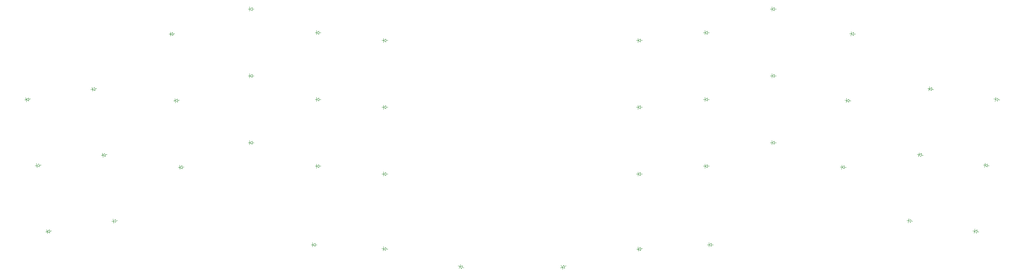
<source format=gbr>
%TF.GenerationSoftware,KiCad,Pcbnew,8.0.6*%
%TF.CreationDate,2025-07-19T13:46:19+02:00*%
%TF.ProjectId,combined,636f6d62-696e-4656-942e-6b696361645f,v1.0.0*%
%TF.SameCoordinates,Original*%
%TF.FileFunction,Legend,Bot*%
%TF.FilePolarity,Positive*%
%FSLAX46Y46*%
G04 Gerber Fmt 4.6, Leading zero omitted, Abs format (unit mm)*
G04 Created by KiCad (PCBNEW 8.0.6) date 2025-07-19 13:46:19*
%MOMM*%
%LPD*%
G01*
G04 APERTURE LIST*
%ADD10C,0.100000*%
G04 APERTURE END LIST*
D10*
%TO.C,D16*%
X185457095Y-80904250D02*
X185857095Y-80904242D01*
X185857095Y-80904242D02*
X185857098Y-80354245D01*
X185857095Y-80904242D02*
X185857098Y-81454247D01*
X185857095Y-80904242D02*
X186457097Y-80504246D01*
X186457094Y-81304253D02*
X185857095Y-80904242D01*
X186457097Y-80504246D02*
X186457094Y-81304253D01*
X186457098Y-80904247D02*
X186957097Y-80904246D01*
%TO.C,D1*%
X335649060Y-95382952D02*
X336044136Y-95445528D01*
X336044136Y-95445528D02*
X335958105Y-95988760D01*
X336044136Y-95445528D02*
X336130180Y-94902295D01*
X336044136Y-95445528D02*
X336699319Y-95144306D01*
X336574175Y-95934465D02*
X336044136Y-95445528D01*
X336636755Y-95539389D02*
X337130594Y-95617610D01*
X336699319Y-95144306D02*
X336574175Y-95934465D01*
%TO.C,D18*%
X185457097Y-46904250D02*
X185857097Y-46904242D01*
X185857097Y-46904242D02*
X185857100Y-46354245D01*
X185857097Y-46904242D02*
X185857100Y-47454247D01*
X185857097Y-46904242D02*
X186457099Y-46504246D01*
X186457096Y-47304253D02*
X185857097Y-46904242D01*
X186457099Y-46504246D02*
X186457096Y-47304253D01*
X186457100Y-46904247D02*
X186957099Y-46904246D01*
%TO.C,D7*%
X301938029Y-79102775D02*
X302337064Y-79130674D01*
X302337064Y-79130674D02*
X302298699Y-79679330D01*
X302337064Y-79130674D02*
X302375428Y-78582009D01*
X302337064Y-79130674D02*
X302963509Y-78773487D01*
X302907699Y-79571550D02*
X302337064Y-79130674D01*
X302935601Y-79172519D02*
X303434393Y-79207389D01*
X302963509Y-78773487D02*
X302907699Y-79571550D01*
%TO.C,D4*%
X318858351Y-92723562D02*
X319253427Y-92786138D01*
X319253427Y-92786138D02*
X319167396Y-93329370D01*
X319253427Y-92786138D02*
X319339471Y-92242905D01*
X319253427Y-92786138D02*
X319908610Y-92484916D01*
X319783466Y-93275075D02*
X319253427Y-92786138D01*
X319846046Y-92879999D02*
X320339885Y-92958220D01*
X319908610Y-92484916D02*
X319783466Y-93275075D01*
%TO.C,D16*%
X250140496Y-80905074D02*
X250540494Y-80905072D01*
X250540494Y-80905072D02*
X250540492Y-80355072D01*
X250540494Y-80905072D02*
X250540498Y-81455074D01*
X250540494Y-80905072D02*
X251140498Y-80505067D01*
X251140498Y-80505067D02*
X251140498Y-81305074D01*
X251140498Y-81305074D02*
X250540494Y-80905072D01*
X251140500Y-80905072D02*
X251640500Y-80905070D01*
%TO.C,D4*%
X116757707Y-92957405D02*
X117152790Y-92894830D01*
X117152790Y-92894830D02*
X117066750Y-92351591D01*
X117152790Y-92894830D02*
X117238830Y-93438056D01*
X117152790Y-92894830D02*
X117682821Y-92405887D01*
X117682821Y-92405887D02*
X117807975Y-93196042D01*
X117745404Y-92800963D02*
X118239253Y-92722739D01*
X117807975Y-93196042D02*
X117152790Y-92894830D01*
%TO.C,D12*%
X284140504Y-38905063D02*
X284540502Y-38905061D01*
X284540502Y-38905061D02*
X284540500Y-38355061D01*
X284540502Y-38905061D02*
X284540506Y-39455063D01*
X284540502Y-38905061D02*
X285140506Y-38505056D01*
X285140506Y-38505056D02*
X285140506Y-39305063D01*
X285140506Y-39305063D02*
X284540502Y-38905061D01*
X285140508Y-38905061D02*
X285640508Y-38905059D01*
%TO.C,D14*%
X267140495Y-61905063D02*
X267540493Y-61905061D01*
X267540493Y-61905061D02*
X267540491Y-61355061D01*
X267540493Y-61905061D02*
X267540497Y-62455063D01*
X267540493Y-61905061D02*
X268140497Y-61505056D01*
X268140497Y-61505056D02*
X268140497Y-62305063D01*
X268140497Y-62305063D02*
X267540493Y-61905061D01*
X268140499Y-61905061D02*
X268640499Y-61905059D01*
%TO.C,D9*%
X131291486Y-45289401D02*
X131690512Y-45261497D01*
X131690512Y-45261497D02*
X131652149Y-44712830D01*
X131690512Y-45261497D02*
X131728882Y-45810154D01*
X131690512Y-45261497D02*
X132261154Y-44820613D01*
X132261154Y-44820613D02*
X132316952Y-45618669D01*
X132289060Y-45219643D02*
X132787842Y-45184761D01*
X132316952Y-45618669D02*
X131690512Y-45261497D01*
%TO.C,D6*%
X111438934Y-59376005D02*
X111834017Y-59313430D01*
X111834017Y-59313430D02*
X111747977Y-58770191D01*
X111834017Y-59313430D02*
X111920057Y-59856656D01*
X111834017Y-59313430D02*
X112364048Y-58824487D01*
X112364048Y-58824487D02*
X112489202Y-59614642D01*
X112426631Y-59219563D02*
X112920480Y-59141339D01*
X112489202Y-59614642D02*
X111834017Y-59313430D01*
%TO.C,D20*%
X185434963Y-99907482D02*
X185833432Y-99942343D01*
X185833432Y-99942343D02*
X185785507Y-100490258D01*
X185833432Y-99942343D02*
X185881380Y-99394430D01*
X185833432Y-99942343D02*
X186466018Y-99596163D01*
X186396289Y-100393123D02*
X185833432Y-99942343D01*
X186431162Y-99994646D02*
X186929255Y-100038222D01*
X186466018Y-99596163D02*
X186396289Y-100393123D01*
%TO.C,D3*%
X340967829Y-61801544D02*
X341362905Y-61864120D01*
X341362905Y-61864120D02*
X341276874Y-62407352D01*
X341362905Y-61864120D02*
X341448949Y-61320887D01*
X341362905Y-61864120D02*
X342018088Y-61562898D01*
X341892944Y-62353057D02*
X341362905Y-61864120D01*
X341955524Y-61957981D02*
X342449363Y-62036202D01*
X342018088Y-61562898D02*
X341892944Y-62353057D01*
%TO.C,D8*%
X303123887Y-62144190D02*
X303522922Y-62172089D01*
X303522922Y-62172089D02*
X303484557Y-62720745D01*
X303522922Y-62172089D02*
X303561286Y-61623424D01*
X303522922Y-62172089D02*
X304149367Y-61814902D01*
X304093557Y-62612965D02*
X303522922Y-62172089D01*
X304121459Y-62213934D02*
X304620251Y-62248804D01*
X304149367Y-61814902D02*
X304093557Y-62612965D01*
%TO.C,D13*%
X267140502Y-78905063D02*
X267540500Y-78905061D01*
X267540500Y-78905061D02*
X267540498Y-78355061D01*
X267540500Y-78905061D02*
X267540504Y-79455063D01*
X267540500Y-78905061D02*
X268140504Y-78505056D01*
X268140504Y-78505056D02*
X268140504Y-79305063D01*
X268140504Y-79305063D02*
X267540500Y-78905061D01*
X268140506Y-78905061D02*
X268640506Y-78905059D01*
%TO.C,D14*%
X168457094Y-61904245D02*
X168857094Y-61904237D01*
X168857094Y-61904237D02*
X168857097Y-61354240D01*
X168857094Y-61904237D02*
X168857097Y-62454242D01*
X168857094Y-61904237D02*
X169457096Y-61504241D01*
X169457093Y-62304248D02*
X168857094Y-61904237D01*
X169457096Y-61504241D02*
X169457093Y-62304248D01*
X169457097Y-61904242D02*
X169957096Y-61904241D01*
%TO.C,D15*%
X168457093Y-44904247D02*
X168857093Y-44904239D01*
X168857093Y-44904239D02*
X168857096Y-44354242D01*
X168857093Y-44904239D02*
X168857096Y-45454244D01*
X168857093Y-44904239D02*
X169457095Y-44504243D01*
X169457092Y-45304250D02*
X168857093Y-44904239D01*
X169457095Y-44504243D02*
X169457092Y-45304250D01*
X169457096Y-44904244D02*
X169957095Y-44904243D01*
%TO.C,D19*%
X268140500Y-98905071D02*
X268540498Y-98905069D01*
X268540498Y-98905069D02*
X268540496Y-98355069D01*
X268540498Y-98905069D02*
X268540502Y-99455071D01*
X268540498Y-98905069D02*
X269140502Y-98505064D01*
X269140502Y-98505064D02*
X269140502Y-99305071D01*
X269140502Y-99305071D02*
X268540498Y-98905069D01*
X269140504Y-98905069D02*
X269640504Y-98905067D01*
%TO.C,D17*%
X250140494Y-63905079D02*
X250540492Y-63905077D01*
X250540492Y-63905077D02*
X250540490Y-63355077D01*
X250540492Y-63905077D02*
X250540496Y-64455079D01*
X250540492Y-63905077D02*
X251140496Y-63505072D01*
X251140496Y-63505072D02*
X251140496Y-64305079D01*
X251140496Y-64305079D02*
X250540492Y-63905077D01*
X251140498Y-63905077D02*
X251640498Y-63905075D01*
%TO.C,D18*%
X250140498Y-46905069D02*
X250540496Y-46905067D01*
X250540496Y-46905067D02*
X250540494Y-46355067D01*
X250540496Y-46905067D02*
X250540500Y-47455069D01*
X250540496Y-46905067D02*
X251140500Y-46505062D01*
X251140500Y-46505062D02*
X251140500Y-47305069D01*
X251140500Y-47305069D02*
X250540496Y-46905067D01*
X251140502Y-46905067D02*
X251640502Y-46905065D01*
%TO.C,D11*%
X284140501Y-55905071D02*
X284540499Y-55905069D01*
X284540499Y-55905069D02*
X284540497Y-55355069D01*
X284540499Y-55905069D02*
X284540503Y-56455071D01*
X284540499Y-55905069D02*
X285140503Y-55505064D01*
X285140503Y-55505064D02*
X285140503Y-56305071D01*
X285140503Y-56305071D02*
X284540499Y-55905069D01*
X285140505Y-55905069D02*
X285640505Y-55905067D01*
%TO.C,D5*%
X321517742Y-75932862D02*
X321912818Y-75995438D01*
X321912818Y-75995438D02*
X321826787Y-76538670D01*
X321912818Y-75995438D02*
X321998862Y-75452205D01*
X321912818Y-75995438D02*
X322568001Y-75694216D01*
X322442857Y-76484375D02*
X321912818Y-75995438D01*
X322505437Y-76089299D02*
X322999276Y-76167520D01*
X322568001Y-75694216D02*
X322442857Y-76484375D01*
%TO.C,D19*%
X167457101Y-98904248D02*
X167857101Y-98904240D01*
X167857101Y-98904240D02*
X167857104Y-98354243D01*
X167857101Y-98904240D02*
X167857104Y-99454245D01*
X167857101Y-98904240D02*
X168457103Y-98504244D01*
X168457100Y-99304251D02*
X167857101Y-98904240D01*
X168457103Y-98504244D02*
X168457100Y-99304251D01*
X168457104Y-98904245D02*
X168957103Y-98904244D01*
%TO.C,D11*%
X151457104Y-55904253D02*
X151857104Y-55904245D01*
X151857104Y-55904245D02*
X151857107Y-55354248D01*
X151857104Y-55904245D02*
X151857107Y-56454250D01*
X151857104Y-55904245D02*
X152457106Y-55504249D01*
X152457103Y-56304256D02*
X151857104Y-55904245D01*
X152457106Y-55504249D02*
X152457103Y-56304256D01*
X152457107Y-55904250D02*
X152957106Y-55904249D01*
%TO.C,D10*%
X151457094Y-72904246D02*
X151857094Y-72904238D01*
X151857094Y-72904238D02*
X151857097Y-72354241D01*
X151857094Y-72904238D02*
X151857097Y-73454243D01*
X151857094Y-72904238D02*
X152457096Y-72504242D01*
X152457093Y-73304249D02*
X151857094Y-72904238D01*
X152457096Y-72504242D02*
X152457093Y-73304249D01*
X152457097Y-72904243D02*
X152957096Y-72904242D01*
%TO.C,D6*%
X324177129Y-59142162D02*
X324572205Y-59204738D01*
X324572205Y-59204738D02*
X324486174Y-59747970D01*
X324572205Y-59204738D02*
X324658249Y-58661505D01*
X324572205Y-59204738D02*
X325227388Y-58903516D01*
X325102244Y-59693675D02*
X324572205Y-59204738D01*
X325164824Y-59298599D02*
X325658663Y-59376820D01*
X325227388Y-58903516D02*
X325102244Y-59693675D01*
%TO.C,D8*%
X132477346Y-62247985D02*
X132876372Y-62220081D01*
X132876372Y-62220081D02*
X132838009Y-61671414D01*
X132876372Y-62220081D02*
X132914742Y-62768738D01*
X132876372Y-62220081D02*
X133447014Y-61779197D01*
X133447014Y-61779197D02*
X133502812Y-62577253D01*
X133474920Y-62178227D02*
X133973702Y-62143345D01*
X133502812Y-62577253D02*
X132876372Y-62220081D01*
%TO.C,D3*%
X94648228Y-62035392D02*
X95043311Y-61972817D01*
X95043311Y-61972817D02*
X94957271Y-61429578D01*
X95043311Y-61972817D02*
X95129351Y-62516043D01*
X95043311Y-61972817D02*
X95573342Y-61483874D01*
X95573342Y-61483874D02*
X95698496Y-62274029D01*
X95635925Y-61878950D02*
X96129774Y-61800726D01*
X95698496Y-62274029D02*
X95043311Y-61972817D01*
%TO.C,D5*%
X114098323Y-76166704D02*
X114493406Y-76104129D01*
X114493406Y-76104129D02*
X114407366Y-75560890D01*
X114493406Y-76104129D02*
X114579446Y-76647355D01*
X114493406Y-76104129D02*
X115023437Y-75615186D01*
X115023437Y-75615186D02*
X115148591Y-76405341D01*
X115086020Y-76010262D02*
X115579869Y-75932038D01*
X115148591Y-76405341D02*
X114493406Y-76104129D01*
%TO.C,D10*%
X284140497Y-72905069D02*
X284540495Y-72905067D01*
X284540495Y-72905067D02*
X284540493Y-72355067D01*
X284540495Y-72905067D02*
X284540499Y-73455069D01*
X284540495Y-72905067D02*
X285140499Y-72505062D01*
X285140499Y-72505062D02*
X285140499Y-73305069D01*
X285140499Y-73305069D02*
X284540495Y-72905067D01*
X285140501Y-72905067D02*
X285640501Y-72905065D01*
%TO.C,D21*%
X230830276Y-104794115D02*
X231206147Y-104657307D01*
X231206147Y-104657307D02*
X231018037Y-104140478D01*
X231206147Y-104657307D02*
X231394252Y-105174138D01*
X231206147Y-104657307D02*
X231633150Y-104076222D01*
X231633150Y-104076222D02*
X231906769Y-104827976D01*
X231769952Y-104452096D02*
X232239798Y-104281089D01*
X231906769Y-104827976D02*
X231206147Y-104657307D01*
%TO.C,D13*%
X168457097Y-78904252D02*
X168857097Y-78904244D01*
X168857097Y-78904244D02*
X168857100Y-78354247D01*
X168857097Y-78904244D02*
X168857100Y-79454249D01*
X168857097Y-78904244D02*
X169457099Y-78504248D01*
X169457096Y-79304255D02*
X168857097Y-78904244D01*
X169457099Y-78504248D02*
X169457096Y-79304255D01*
X169457100Y-78904249D02*
X169957099Y-78904248D01*
%TO.C,D2*%
X97307619Y-78826089D02*
X97702702Y-78763514D01*
X97702702Y-78763514D02*
X97616662Y-78220275D01*
X97702702Y-78763514D02*
X97788742Y-79306740D01*
X97702702Y-78763514D02*
X98232733Y-78274571D01*
X98232733Y-78274571D02*
X98357887Y-79064726D01*
X98295316Y-78669647D02*
X98789165Y-78591423D01*
X98357887Y-79064726D02*
X97702702Y-78763514D01*
%TO.C,D21*%
X204857792Y-104280263D02*
X205233681Y-104417073D01*
X205233681Y-104417073D02*
X205045563Y-104933897D01*
X205233681Y-104417073D02*
X205421779Y-103900241D01*
X205233681Y-104417073D02*
X205934295Y-104246407D01*
X205660680Y-104998164D02*
X205233681Y-104417073D01*
X205797487Y-104622278D02*
X206267338Y-104793289D01*
X205934295Y-104246407D02*
X205660680Y-104998164D01*
%TO.C,D17*%
X185457099Y-63904246D02*
X185857099Y-63904238D01*
X185857099Y-63904238D02*
X185857102Y-63354241D01*
X185857099Y-63904238D02*
X185857102Y-64454243D01*
X185857099Y-63904238D02*
X186457101Y-63504242D01*
X186457098Y-64304249D02*
X185857099Y-63904238D01*
X186457101Y-63504242D02*
X186457098Y-64304249D01*
X186457102Y-63904243D02*
X186957101Y-63904242D01*
%TO.C,D7*%
X133663203Y-79206584D02*
X134062229Y-79178680D01*
X134062229Y-79178680D02*
X134023866Y-78630013D01*
X134062229Y-79178680D02*
X134100599Y-79727337D01*
X134062229Y-79178680D02*
X134632871Y-78737796D01*
X134632871Y-78737796D02*
X134688669Y-79535852D01*
X134660777Y-79136826D02*
X135159559Y-79101944D01*
X134688669Y-79535852D02*
X134062229Y-79178680D01*
%TO.C,D1*%
X99966998Y-95616792D02*
X100362081Y-95554217D01*
X100362081Y-95554217D02*
X100276041Y-95010978D01*
X100362081Y-95554217D02*
X100448121Y-96097443D01*
X100362081Y-95554217D02*
X100892112Y-95065274D01*
X100892112Y-95065274D02*
X101017266Y-95855429D01*
X100954695Y-95460350D02*
X101448544Y-95382126D01*
X101017266Y-95855429D02*
X100362081Y-95554217D01*
%TO.C,D9*%
X304309752Y-45185589D02*
X304708787Y-45213488D01*
X304708787Y-45213488D02*
X304670422Y-45762144D01*
X304708787Y-45213488D02*
X304747151Y-44664823D01*
X304708787Y-45213488D02*
X305335232Y-44856301D01*
X305279422Y-45654364D02*
X304708787Y-45213488D01*
X305307324Y-45255333D02*
X305806116Y-45290203D01*
X305335232Y-44856301D02*
X305279422Y-45654364D01*
%TO.C,D15*%
X267140492Y-44905067D02*
X267540490Y-44905065D01*
X267540490Y-44905065D02*
X267540488Y-44355065D01*
X267540490Y-44905065D02*
X267540494Y-45455067D01*
X267540490Y-44905065D02*
X268140494Y-44505060D01*
X268140494Y-44505060D02*
X268140494Y-45305067D01*
X268140494Y-45305067D02*
X267540490Y-44905065D01*
X268140496Y-44905065D02*
X268640496Y-44905063D01*
%TO.C,D20*%
X250168351Y-100039038D02*
X250566835Y-100004173D01*
X250566835Y-100004173D02*
X250518891Y-99456264D01*
X250566835Y-100004173D02*
X250614768Y-100552086D01*
X250566835Y-100004173D02*
X251129681Y-99553396D01*
X251129681Y-99553396D02*
X251199414Y-100350357D01*
X251164548Y-99951874D02*
X251662645Y-99908296D01*
X251199414Y-100350357D02*
X250566835Y-100004173D01*
%TO.C,D12*%
X151457101Y-38904255D02*
X151857101Y-38904247D01*
X151857101Y-38904247D02*
X151857104Y-38354250D01*
X151857101Y-38904247D02*
X151857104Y-39454252D01*
X151857101Y-38904247D02*
X152457103Y-38504251D01*
X152457100Y-39304258D02*
X151857101Y-38904247D01*
X152457103Y-38504251D02*
X152457100Y-39304258D01*
X152457104Y-38904252D02*
X152957103Y-38904251D01*
%TO.C,D2*%
X338308446Y-78592248D02*
X338703522Y-78654824D01*
X338703522Y-78654824D02*
X338617491Y-79198056D01*
X338703522Y-78654824D02*
X338789566Y-78111591D01*
X338703522Y-78654824D02*
X339358705Y-78353602D01*
X339233561Y-79143761D02*
X338703522Y-78654824D01*
X339296141Y-78748685D02*
X339789980Y-78826906D01*
X339358705Y-78353602D02*
X339233561Y-79143761D01*
%TD*%
M02*

</source>
